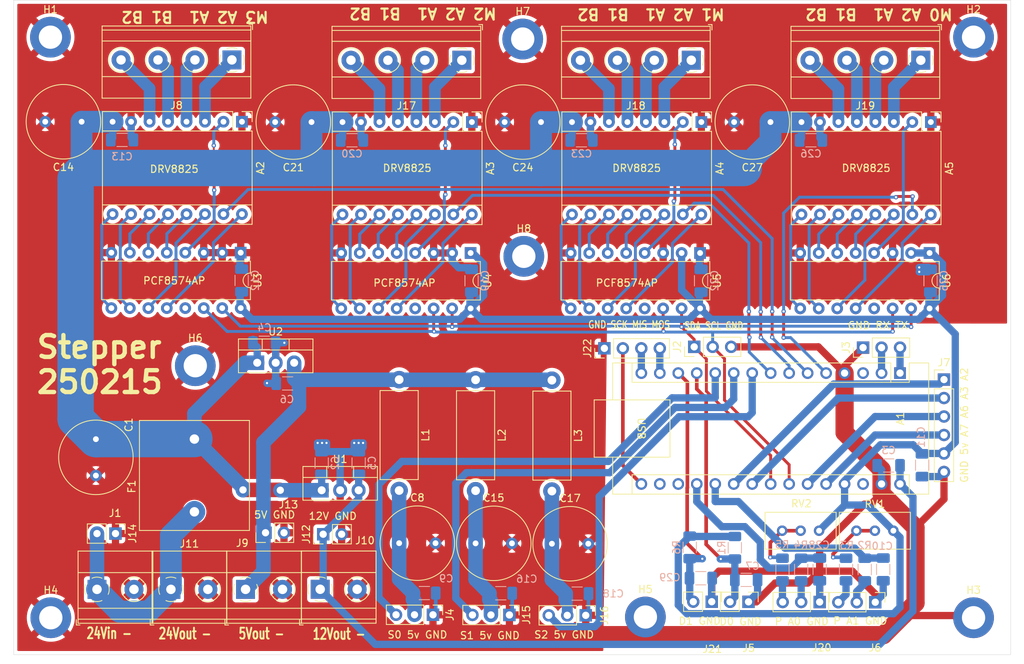
<source format=kicad_pcb>
(kicad_pcb (version 20240108) (generator "pcbnew") (generator_version "8.0")
  (layers (0 "F.Cu" signal) (31 "B.Cu" signal) (34 "B.Paste" user) (35 "F.Paste" user) (36 "B.SilkS" user "B.Silkscreen") (37 "F.SilkS" user "F.Silkscreen") (38 "B.Mask" user) (39 "F.Mask" user) (44 "Edge.Cuts" user))
  (net 0 "")
  (net 1 "+12V")
  (net 2 "SERVO1")
  (net 3 "+5VD")
  (net 4 "GND")
  (net 6 "STEP1")
  (net 8 "Analog6")
  (net 9 "SERVO2")
  (net 10 "Analog1")
  (net 11 "STEP2")
  (net 12 "Net-(A1-MISO)")
  (net 14 "Analog3")
  (net 15 "Digital0")
  (net 16 "Net-(A1-SCK)")
  (net 17 "Digital1")
  (net 18 "Analog7")
  (net 19 "SCL")
  (net 20 "Net-(A1-MOSI)")
  (net 21 "SDA")
  (net 22 "Net-(A1-TX1)")
  (net 23 "Analog2")
  (net 24 "STEP3")
  (net 25 "Analog0")
  (net 26 "Net-(A1-RX1)")
  (net 27 "Net-(A2-B1)")
  (net 28 "Net-(A2-B2)")
  (net 29 "Net-(A2-A1)")
  (net 30 "Net-(A2-A2)")
  (net 31 "+24V")
  (net 32 "+5V")
  (net 33 "Net-(J4-Pin_2)")
  (net 34 "Net-(J6-Pin_2)")
  (net 36 "Net-(A2-M0)")
  (net 37 "Net-(A2-~{FLT})")
  (net 38 "Net-(A2-~{EN})")
  (net 39 "Net-(A2-DIR)")
  (net 40 "Net-(A2-M1)")
  (net 41 "Net-(A2-~{SLP})")
  (net 42 "Net-(A2-~{RST})")
  (net 43 "Net-(A2-M2)")
  (net 44 "Net-(J15-Pin_2)")
  (net 45 "Net-(J16-Pin_2)")
  (net 46 "Net-(A3-~{EN})")
  (net 47 "Net-(A3-~{SLP})")
  (net 48 "Net-(A3-~{FLT})")
  (net 49 "Net-(A3-A2)")
  (net 50 "Net-(A3-M2)")
  (net 51 "Net-(A3-A1)")
  (net 52 "Net-(A3-DIR)")
  (net 53 "Net-(A3-~{RST})")
  (net 54 "Net-(A3-B2)")
  (net 55 "Net-(A3-M1)")
  (net 56 "Net-(A3-B1)")
  (net 57 "Net-(A3-M0)")
  (net 58 "Net-(A4-DIR)")
  (net 59 "Net-(A4-A2)")
  (net 60 "Net-(A4-M0)")
  (net 61 "Net-(A4-M2)")
  (net 62 "Net-(A4-~{EN})")
  (net 63 "Net-(A4-~{SLP})")
  (net 64 "Net-(A4-~{FLT})")
  (net 65 "Net-(A4-M1)")
  (net 66 "Net-(A4-B2)")
  (net 67 "Net-(A4-A1)")
  (net 68 "Net-(A4-~{RST})")
  (net 69 "Net-(A4-B1)")
  (net 70 "Net-(A5-M2)")
  (net 71 "Net-(A5-B2)")
  (net 72 "Net-(A5-~{SLP})")
  (net 73 "Net-(A5-DIR)")
  (net 74 "Net-(A5-M1)")
  (net 75 "Net-(A5-~{FLT})")
  (net 76 "Net-(A5-~{EN})")
  (net 77 "Net-(A5-~{RST})")
  (net 78 "Net-(A5-A1)")
  (net 79 "Net-(A5-M0)")
  (net 80 "Net-(A5-A2)")
  (net 81 "Net-(A5-B1)")
  (net 85 "Net-(J1-Pin_1)")
  (net 86 "Net-(J6-Pin_3)")
  (net 87 "Net-(R3-Pad1)")
  (net 88 "Net-(J20-Pin_2)")
  (net 89 "Net-(J20-Pin_3)")
  (net 90 "Net-(R5-Pad1)")
  (net 91 "STEP0")
  (net 93 "SERVO0")
  (footprint "Package_DIP:DIP-16_W7.62mm" (layer "F.Cu") (at 170.4484 62.652 -90)
    (property "Reference" "U5")
    (property "Value" "PCF8574AP")
  )
  (footprint "Connector_PinHeader_2.54mm:PinHeader_1x02_P2.54mm_Vertical" (layer "F.Cu") (at 110.7076 101.1076 90)
    (property "Reference" "J13")
    (property "Value" "5V GND")
  )
  (footprint "TerminalBlock_Phoenix:TerminalBlock_Phoenix_MKDS-1,5-4-5.08_1x04_P5.08mm_Horizontal" (layer "F.Cu") (at 200.7852 36.152 180)
    (property "Reference" "J19")
    (property "Value" "M0 A2 A1  B1 B2")
  )
  (footprint "Capacitor_THT:C_Radial_D10.0mm_H12.5mm_P5.00mm" (layer "F.Cu") (at 117.0316 44.652 180)
    (property "Reference" "C21")
    (property "Value" "470uF/35v")
  )
  (footprint "MountingHole:MountingHole_3.2mm_M3_DIN965_Pad_TopBottom" (layer "F.Cu") (at 146.2168 63.1092)
    (property "Reference" "H8")
    (property "Value" "MountingHole_Pad")
  )
  (footprint "Module:Pololu_Breakout-16_15.2x20.3mm" (layer "F.Cu") (at 107.4672 44.6072 -90)
    (property "Reference" "A2")
    (property "Value" "DRV8825")
  )
  (footprint "Connector_PinHeader_2.54mm:PinHeader_1x06_P2.54mm_Vertical" (layer "F.Cu") (at 203.9764 80.0502)
    (property "Reference" "J7")
    (property "Value" "GND 5v A7 A6 A3 A2")
  )
  (footprint "TerminalBlock_Phoenix:TerminalBlock_Phoenix_MKDS-1,5-2-5.08_1x02_P5.08mm_Horizontal" (layer "F.Cu") (at 87.5428 108.8908)
    (property "Reference" "J1")
    (property "Value" "24Vin -")
  )
  (footprint "MountingHole:MountingHole_3.2mm_M3_DIN965_Pad_TopBottom" (layer "F.Cu") (at 146.0644 33.2388)
    (property "Reference" "H7")
    (property "Value" "MountingHole_Pad")
  )
  (footprint "Inductor_THT:L_Axial_L12.0mm_D5.0mm_P15.24mm_Horizontal_Fastron_MISC" (layer "F.Cu") (at 139.5856 80.0854 -90)
    (property "Reference" "L2")
    (property "Value" "L")
  )
  (footprint "Package_DIP:DIP-16_W7.62mm" (layer "F.Cu") (at 138.9016 62.652 -90)
    (property "Reference" "U4")
    (property "Value" "PCF8574AP")
  )
  (footprint "MountingHole:MountingHole_3.2mm_M3_DIN965_Pad_TopBottom" (layer "F.Cu") (at 162.93 112.69)
    (property "Reference" "H5")
    (property "Value" "MountingHole_Pad")
  )
  (footprint "Inductor_THT:L_Axial_L12.0mm_D5.0mm_P15.24mm_Horizontal_Fastron_MISC" (layer "F.Cu") (at 150.0776 80.138 -90)
    (property "Reference" "L3")
    (property "Value" "L")
  )
  (footprint "Package_TO_SOT_THT:TO-220-3_Vertical" (layer "F.Cu") (at 109.5654 77.7396)
    (property "Reference" "U2")
    (property "Value" "LM7805_TO220")
  )
  (footprint "TerminalBlock_Phoenix:TerminalBlock_Phoenix_MKDS-1,5-4-5.08_1x04_P5.08mm_Horizontal" (layer "F.Cu") (at 169.2384 36.152 180)
    (property "Reference" "J18")
    (property "Value" "M1 A2 A1  B1 B2")
  )
  (footprint "Module:Pololu_Breakout-16_15.2x20.3mm" (layer "F.Cu") (at 202.1652 44.652 -90)
    (property "Reference" "A5")
    (property "Value" "DRV8825")
  )
  (footprint "MountingHole:MountingHole_3.2mm_M3_DIN965_Pad_TopBottom" (layer "F.Cu") (at 81.142 32.9848)
    (property "Reference" "H1")
    (property "Value" "MountingHole_Pad")
  )
  (footprint "Capacitor_THT:C_Radial_D10.0mm_H12.5mm_P5.00mm" (layer "F.Cu") (at 150.0776 102.617)
    (property "Reference" "C17")
    (property "Value" "470uF/35v")
  )
  (footprint "Capacitor_THT:C_Radial_D10.0mm_H12.5mm_P5.00mm" (layer "F.Cu") (at 148.5784 44.652 180)
    (property "Reference" "C24")
    (property "Value" "470uF/35v")
  )
  (footprint "Capacitor_THT:C_Radial_D10.0mm_H12.5mm_P5.00mm" (layer "F.Cu") (at 87.3904 88.2444 -90)
    (property "Reference" "C1")
    (property "Value" "470uF/35v")
  )
  (footprint "Package_TO_SOT_THT:TO-220-3_Vertical" (layer "F.Cu") (at 118.4292 95.2656)
    (property "Reference" "U1")
    (property "Value" "LM7812_TO220")
  )
  (footprint "Connector_PinHeader_2.54mm:PinHeader_1x03_P2.54mm_Vertical" (layer "F.Cu") (at 154.7276 112.462 -90)
    (property "Reference" "J16")
    (property "Value" "S2 5v GND")
  )
  (footprint "Module:Pololu_Breakout-16_15.2x20.3mm" (layer "F.Cu") (at 139.0716 44.652 -90)
    (property "Reference" "A3")
    (property "Value" "DRV8825")
  )
  (footprint "TerminalBlock_Phoenix:TerminalBlock_Phoenix_MKDS-1,5-4-5.08_1x04_P5.08mm_Horizontal" (layer "F.Cu") (at 106.0872 36.1072 180)
    (property "Reference" "J8")
    (property "Value" "M3 A2 A1  B1 B2")
  )
  (footprint "MountingHole:MountingHole_3.2mm_M3_DIN965_Pad_TopBottom" (layer "F.Cu") (at 81.1928 112.7916)
    (property "Reference" "H4")
    (property "Value" "MountingHole_Pad")
  )
  (footprint "Package_DIP:DIP-16_W7.62mm" (layer "F.Cu") (at 107.2972 62.6072 -90)
    (property "Reference" "U3")
    (property "Value" "PCF8574AP")
  )
  (footprint "TerminalBlock_Phoenix:TerminalBlock_Phoenix_MKDS-1,5-2-5.08_1x02_P5.08mm_Horizontal" (layer "F.Cu") (at 107.9644 108.8908)
    (property "Reference" "J9")
    (property "Value" "5Vout -")
  )
  (footprint "Connector_PinHeader_2.54mm:PinHeader_1x02_P2.54mm_Vertical" (layer "F.Cu") (at 90.0828 101.22 -90)
    (property "Reference" "J14")
    (property "Value" "24V out")
  )
  (footprint "Capacitor_THT:C_Radial_D10.0mm_H12.5mm_P5.00mm" (layer "F.Cu") (at 129.0784 102.5408)
    (property "Reference" "C8")
    (property "Value" "470uF/35v")
  )
  (footprint "Connector_PinHeader_2.54mm:PinHeader_1x02_P2.54mm_Vertical" (layer "F.Cu") (at 172.0492 110.5894 -90)
    (property "Reference" "J21")
    (property "Value" "D1 GND")
  )
  (footprint "Capacitor_THT:C_Radial_D10.0mm_H12.5mm_P5.00mm" (layer "F.Cu") (at 180.1252 44.652 180)
    (property "Reference" "C27")
    (property "Value" "470uF/35v")
  )
  (footprint "Capacitor_THT:C_Radial_D10.0mm_H12.5mm_P5.00mm" (layer "F.Cu") (at 139.5856 102.5644)
    (property "Reference" "C15")
    (property "Value" "470uF/35v")
  )
  (footprint "Connector_PinHeader_2.54mm:PinHeader_1x04_P2.54mm_Vertical" (layer "F.Cu") (at 157.2912 75.7584 90)
    (property "Reference" "J22")
    (property "Value" "GND SCK MIS MOS")
  )
  (footprint "Package_DIP:DIP-16_W7.62mm" (layer "F.Cu") (at 201.9952 62.652 -90)
    (property "Reference" "U6")
    (property "Value" "PCF8574AP" (hide yes))
  )
  (footprint "Connector_PinHeader_2.54mm:PinHeader_1x03_P2.54mm_Vertical" (layer "F.Cu") (at 192.8512 75.6568 90)
    (property "Reference" "J3")
    (property "Value" "GND RX TX")
  )
  (footprint "Connector_PinHeader_2.54mm:PinHeader_1x03_P2.54mm_Vertical" (layer "F.Cu") (at 133.7284 112.3858 -90)
    (property "Reference" "J4")
    (property "Value" "S0 5v GND")
  )
  (footprint "Module:Pololu_Breakout-16_15.2x20.3mm" (layer "F.Cu") (at 170.6184 44.652 -90)
    (property "Reference" "A4")
    (property "Value" "DRV8825")
  )
  (footprint "Connector_PinHeader_2.54mm:PinHeader_1x03_P2.54mm_Vertical" (layer "F.Cu") (at 186.8824 110.6334 -90)
    (property "Reference" "J20")
    (property "Value" "P A0 GND")
  )
  (footprint "TerminalBlock_Phoenix:TerminalBlock_Phoenix_MKDS-1,5-4-5.08_1x04_P5.08mm_Horizontal" (layer "F.Cu") (at 137.6916 36.152 180)
    (property "Reference" "J17")
    (property "Value" "M2 A2 A1  B1 B2")
  )
  (footprint "TerminalBlock_Phoenix:TerminalBlock_Phoenix_MKDS-1,5-2-5.08_1x02_P5.08mm_Horizontal" (layer "F.Cu") (at 118.226 108.88)
    (property "Reference" "J10")
    (property "Value" "12Vout -")
  )
  (footprint "Connector_PinHeader_2.54mm:PinHeader_1x03_P2.54mm_Vertical" (layer "F.Cu") (at 144.2356 112.4094 -90)
    (property "Reference" "J15")
    (property "Value" "S1 5v GND")
  )
  (footprint "MountingHole:MountingHole_3.2mm_M3_DIN965_Pad_TopBottom" (layer "F.Cu") (at 208.0404 112.7916)
    (property "Reference" "H3")
    (property "Value" "MountingHole_Pad")
  )
  (footprint "Potentiometer_THT:Potentiometer_Bourns_3296W_Vertical" (layer "F.Cu") (at 197.0166 100.8282)
    (property "Reference" "RV1")
    (property "Value" "1k")
  )
  (footprint "Connector_PinHeader_2.54mm:PinHeader_1x02_P2.54mm_Vertical" (layer "F.Cu") (at 118.6324 101.3108 90)
    (property "Reference" "J12")
    (property "Value" "12V GND")
  )
  (footprint "MountingHole:MountingHole_3.2mm_M3_DIN965_Pad_TopBottom" (layer "F.Cu") (at 101.0556 78.146)
    (property "Reference" "H6")
    (property "Value" "MountingHole_Pad")
  )
  (footprint "Module:Arduino_Nano" (layer "F.Cu") (at 197.9312 79.162 -90)
    (property "Reference" "A1")
    (property "Value" "Arduino_Nano_Every")
  )
  (footprint "Potentiometer_THT:Potentiometer_Bourns_3296W_Vertical" (layer "F.Cu") (at 186.8058 100.8282)
    (property "Reference" "RV2")
    (property "Value" "1k")
  )
  (footprint "TerminalBlock_Phoenix:TerminalBlock_Phoenix_MKDS-1,5-2-5.08_1x02_P5.08mm_Horizontal" (layer "F.Cu") (at 97.7028 108.8908)
    (property "Reference" "J11")
    (property "Value" "24Vout -")
  )
  (footprint "Connector_PinHeader_2.54mm:PinHeader_1x02_P2.54mm_Vertical" (layer "F.Cu") (at 177.1032 110.6072 -90)
    (property "Reference" "J5")
    (property "Value" "D0 GND")
  )
  (footprint "Capacitor_THT:C_Radial_D10.0mm_H12.5mm_P5.00mm" (layer "F.Cu") (at 85.4272 44.6072 180)
    (property "Reference" "C14")
    (property "Value" "470uF/35v")
  )
  (footprint "Connector_PinHeader_2.54mm:PinHeader_1x03_P2.54mm_Vertical" (layer "F.Cu") (at 194.5276 110.658 -90)
    (property "Reference" "J6")
    (property "Value" "P A1 GND")
  )
  (footprint "MountingHole:MountingHole_3.2mm_M3_DIN965_Pad_TopBottom" (layer "F.Cu") (at 208.0404 32.9848)
    (property "Reference" "H2")
    (property "Value" "MountingHole_Pad")
  )
  (footprint "Connector_PinHeader_2.54mm:PinHeader_1x03_P2.54mm_Vertical" (layer "F.Cu") (at 169.6356 75.5552 90)
    (property "Reference" "J2")
    (property "Value" "SDA SCL GND")
  )
  (footprint "Inductor_THT:L_Axial_L12.0mm_D5.0mm_P15.24mm_Horizontal_Fastron_MISC" (layer "F.Cu") (at 129.0784 80.0618 -90)
    (property "Reference" "L1")
    (property "Value" "L")
  )
  (footprint "Fuse:Fuseholder_Cylinder-5x20mm_EATON_HBW_Vertical_Closed" (layer "F.Cu") (at 100.9322 98.2302 90)
    (property "Reference" "F1")
    (property "Value" "Fuse")
  )
  (footprint "Capacitor_SMD:C_1206_3216Metric_Pad1.33x1.80mm_HandSolder" (layer "B.Cu") (at 143.0531 109.4224)
    (property "Reference" "C16")
    (property "Value" "100n")
  )
  (footprint "Capacitor_SMD:C_1206_3216Metric_Pad1.33x1.80mm_HandSolder" (layer "B.Cu") (at 122.5941 47.152)
    (property "Reference" "C20")
    (property "Value" "100n")
  )
  (footprint "Resistor_SMD:R_1206_3216Metric_Pad1.30x1.75mm_HandSolder" (layer "B.Cu") (at 193.08 106.1624 -90)
    (property "Reference" "R2")
    (property "Value" "100" (hide yes))
  )
  (footprint "Capacitor_SMD:C_1206_3216Metric_Pad1.33x1.80mm_HandSolder" (layer "B.Cu") (at 186.8824 106.1499 -90)
    (property "Reference" "C28")
    (property "Value" "100n")
  )
  (footprint "Capacitor_SMD:C_1206_3216Metric_Pad1.33x1.80mm_HandSolder" (layer "B.Cu") (at 107.4272 66.4197 90)
    (property "Reference" "C12")
    (property "Value" "100n")
  )
  (footprint "Capacitor_SMD:C_1206_3216Metric_Pad1.33x1.80mm_HandSolder" (layer "B.Cu") (at 196.3687 91.862 180)
    (property "Reference" "C3")
    (property "Value" "100n")
  )
  (footprint "Capacitor_SMD:C_1206_3216Metric_Pad1.33x1.80mm_HandSolder" (layer "B.Cu") (at 153.5451 109.475)
    (property "Reference" "C18")
    (property "Value" "100n")
  )
  (footprint "Capacitor_SMD:C_1206_3216Metric_Pad1.33x1.80mm_HandSolder" (layer "B.Cu") (at 202.1252 66.4645 90)
    (property "Reference" "C25")
    (property "Value" "100n")
  )
  (footprint "Capacitor_SMD:C_1206_3216Metric_Pad1.33x1.80mm_HandSolder" (layer "B.Cu") (at 170.5784 66.4645 90)
    (property "Reference" "C22")
    (property "Value" "100n")
  )
  (footprint "Capacitor_SMD:C_1206_3216Metric_Pad1.33x1.80mm_HandSolder" (layer "B.Cu") (at 132.5459 109.3988)
    (property "Reference" "C9")
    (property "Value" "100n")
  )
  (footprint "Resistor_SMD:R_1206_3216Metric_Pad1.30x1.75mm_HandSolder" (layer "B.Cu") (at 181.7704 106.1624 -90)
    (property "Reference" "R5")
    (property "Value" "9k53")
  )
  (footprint "Resistor_SMD:R_1206_3216Metric_Pad1.30x1.75mm_HandSolder" (layer "B.Cu") (at 175.223 103.1664 -90)
    (property "Reference" "R1")
    (property "Value" "10k")
  )
  (footprint "Capacitor_SMD:C_1206_3216Metric_Pad1.33x1.80mm_HandSolder" (layer "B.Cu") (at 154.1409 47.152)
    (property "Reference" "C23")
    (property "Value" "100n")
  )
  (footprint "Capacitor_SMD:C_1206_3216Metric_Pad1.33x1.80mm_HandSolder" (layer "B.Cu") (at 195.62 106.1499 -90)
    (property "Reference" "C10")
    (property "Value" "100n")
  )
  (footprint "Capacitor_SMD:C_1206_3216Metric_Pad1.33x1.80mm_HandSolder" (layer "B.Cu") (at 185.6877 47.152)
    (property "Reference" "C26")
    (property "Value" "100n")
  )
  (footprint "Capacitor_SMD:C_1206_3216Metric_Pad1.33x1.80mm_HandSolder" (layer "B.Cu") (at 123.5092 91.5187 90)
    (property "Reference" "C5")
    (property "Value" "100n")
  )
  (footprint "Capacitor_SMD:C_1206_3216Metric_Pad1.33x1.80mm_HandSolder" (layer "B.Cu") (at 90.9897 47.1072)
    (property "Reference" "C13")
    (property "Value" "100n")
  )
  (footprint "Resistor_SMD:R_1206_3216Metric_Pad1.30x1.75mm_HandSolder" (layer "B.Cu") (at 190.508 106.1624 -90)
    (property "Reference" "R3")
    (property "Value" "9k53")
  )
  (footprint "Capacitor_SMD:C_1206_3216Metric_Pad1.33x1.80mm_HandSolder" (layer "B.Cu") (at 176.7855 107.5854)
    (property "Reference" "C7")
    (property "Value" "100n")
  )
  (footprint "Capacitor_SMD:C_1206_3216Metric_Pad1.33x1.80mm_HandSolder" (layer "B.Cu") (at 113.7433 80.5844 180)
    (property "Reference" "C6")
    (property "Value" "100n")
  )
  (footprint "Capacitor_SMD:C_1206_3216Metric_Pad1.33x1.80mm_HandSolder" (layer "B.Cu") (at 200.9792 91.8235 -90)
    (property "Reference" "C11")
    (property "Value" "100n")
  )
  (footprint "Capacitor_SMD:C_1206_3216Metric_Pad1.33x1.80mm_HandSolder" (layer "B.Cu") (at 139.0316 66.4645 90)
    (property "Reference" "C19")
    (property "Value" "100n")
  )
  (footprint "Capacitor_SMD:C_1206_3216Metric_Pad1.33x1.80mm_HandSolder" (layer "B.Cu") (at 170.55 107.356)
    (property "Reference" "C29")
    (property "Value" "100n")
  )
  (footprint "Capacitor_SMD:C_1206_3216Metric_Pad1.33x1.80mm_HandSolder" (layer "B.Cu") (at 110.5429 74.9964)
    (property "Reference" "C4")
    (property "Value" "100n")
  )
  (footprint "Capacitor_SMD:C_1206_3216Metric_Pad1.33x1.80mm_HandSolder" (layer "B.Cu") (at 118.4292 91.5187 90)
    (property "Reference" "C2")
    (property "Value" "100n")
  )
  (footprint "Resistor_SMD:R_1206_3216Metric_Pad1.30x1.75mm_HandSolder" (layer "B.Cu") (at 169.0254 103.1156 -90)
    (property "Reference" "R6")
    (property "Value" "10k")
  )
  (footprint "Resistor_SMD:R_1206_3216Metric_Pad1.30x1.75mm_HandSolder" (layer "B.Cu") (at 184.3424 106.1624 -90)
    (property "Reference" "R4")
    (property "Value" "100" (hide yes))
  )
  (gr_rect (start 76.0884 27.8971) (end 213.1468 117.8639) (stroke (width 0.05)) (fill none) (layer "Edge.Cuts"))
  (gr_text "Stepper\n250215" (at 78.9576 82.1592 0) (layer "F.SilkS") (effects (font (size 3 3) (thickness 0.6) (bold yes)) (justify left bottom)))
  (segment (start 118.226 108.88) (end 125.7952 116.4492) (width 1) (layer "B.Cu") (net 1))
  (segment (start 123.5092 96.434) (end 118.6324 101.3108) (width 1) (layer "B.Cu") (net 1))
  (segment (start 118.6324 108.4736) (end 118.226 108.88) (width 1) (layer "B.Cu") (net 1))
  (segment (start 197.9312 91.862) (end 197.9312 94.402) (width 1) (layer "B.Cu") (net 1))
  (segment (start 199.7092 96.18) (end 197.9312 94.402) (width 1) (layer "B.Cu") (net 1))
  (segment (start 195.1372 116.4492) (end 199.7092 111.8772) (width 1) (layer "B.Cu") (net 1))
  (segment (start 125.7952 116.4492) (end 195.1372 116.4492) (width 1) (layer "B.Cu") (net 1))
  (segment (start 199.7092 111.8772) (end 199.7092 96.18) (width 1) (layer "B.Cu") (net 1))
  (segment (start 123.5092 95.2656) (end 123.5092 93.0812) (width 1) (layer "B.Cu") (net 1))
  (segment (start 118.6324 101.3108) (end 118.6324 108.4736) (width 1) (layer "B.Cu") (net 1))
  (segment (start 123.5092 95.2656) (end 123.5092 96.434) (width 1) (layer "B.Cu") (net 1))
  (segment (start 158.031989 92.848411) (end 166.994 83.8864) (width 1) (layer "B.Cu") (net 2))
  (segment (start 166.994 83.8864) (end 173.9152 83.8864) (width 1) (layer "B.Cu") (net 2))
  (segment (start 173.9152 83.8864) (end 175.0712 82.7304) (width 1) (layer "B.Cu") (net 2))
  (segment (start 139.1556 112.4094) (end 136.8696 110.1234) (width 1) (layer "B.Cu") (net 2))
  (segment (start 138.321589 92.848411) (end 158.031989 92.848411) (width 1) (layer "B.Cu") (net 2))
  (segment (start 136.8696 94.3004) (end 138.321589 92.848411) (width 1) (layer "B.Cu") (net 2))
  (segment (start 175.0712 82.7304) (end 175.0712 79.162) (width 1) (layer "B.Cu") (net 2))
  (segment (start 136.8696 110.1234) (end 136.8696 94.3004) (width 1) (layer "B.Cu") (net 2))
  (segment (start 107.2072 70.2272) (end 107.2072 68.2022) (width 1) (layer "B.Cu") (net 3))
  (segment (start 201.9052 70.272) (end 201.9052 68.247) (width 1) (layer "B.Cu") (net 3))
  (segment (start 167.9084 67.732) (end 170.4484 70.272) (width 1) (layer "B.Cu") (net 3))
  (segment (start 193.486 97.2976) (end 197.0166 100.8282) (width 1) (layer "B.Cu") (net 3))
  (segment (start 167.4504 111.0467) (end 168.6365 112.2328) (width 1) (layer "B.Cu") (net 3))
  (segment (start 168.9484 71.772) (end 170.4484 70.272) (width 1) (layer "B.Cu") (net 3))
  (segment (start 170.3584 68.247) (end 170.5784 68.027) (width 1) (layer "B.Cu") (net 3))
  (segment (start 170.3584 70.272) (end 170.3584 68.247) (width 1) (layer "B.Cu") (net 3))
  (segment (start 169.0762 101.6164) (end 169.0254 101.5656) (width 1) (layer "B.Cu") (net 3))
  (segment (start 203.7732 64.13707) (end 203.7732 68.494) (width 1) (layer "B.Cu") (net 3))
  (segment (start 201.9052 68.247) (end 202.1252 68.027) (width 1) (layer "B.Cu") (net 3))
  (segment (start 197.9312 111.3436) (end 197.9312 101.7428) (width 1) (layer "B.Cu") (net 3))
  (segment (start 167.9084 62.652) (end 167.9084 67.732) (width 1) (layer "B.Cu") (net 3))
  (segment (start 197.042 112.2328) (end 197.9312 111.3436) (width 1) (layer "B.Cu") (net 3))
  (segment (start 202.28813 62.652) (end 203.7732 64.13707) (width 1) (layer "B.Cu") (net 3))
  (segment (start 199.7354 89.0172) (end 200.9792 90.261) (width 1) (layer "B.Cu") (net 3))
  (segment (start 170.4484 70.272) (end 171.9484 71.772) (width 1) (layer "B.Cu") (net 3))
  (segment (start 138.8116 70.272) (end 138.8116 68.247) (width 1) (layer "B.Cu") (net 3))
  (segment (start 175.223 101.6164) (end 169.0762 101.6164) (width 1) (layer "B.Cu") (net 3))
  (segment (start 190.3112 97.2976) (end 193.486 97.2976) (width 1) (layer "B.Cu") (net 3))
  (segment (start 108.842 71.772) (end 137.4016 71.772) (width 1) (layer "B.Cu") (net 3))
  (segment (start 205.5264 73.8032) (end 205.5264 88.6602) (width 1) (layer "B.Cu") (net 3))
  (segment (start 168.6365 112.2328) (end 197.042 112.2328) (width 1) (layer "B.Cu") (net 3))
  (segment (start 167.4504 103.1406) (end 167.4504 111.0467) (width 1) (layer "B.Cu") (net 3))
  (segment (start 137.4016 71.772) (end 138.9016 70.272) (width 1) (layer "B.Cu") (net 3))
  (segment (start 190.3112 94.402) (end 190.3112 93.94407) (width 1) (layer "B.Cu") (net 3))
  (segment (start 197.9312 101.7428) (end 197.0166 100.8282) (width 1) (layer "B.Cu") (net 3))
  (segment (start 107.2972 70.2272) (end 108.842 71.772) (width 1) (layer "B.Cu") (net 3))
  (segment (start 199.4552 62.652) (end 201.9952 62.652) (width 1) (layer "B.Cu") (net 3))
  (segment (start 205.5264 88.6602) (end 203.9764 90.2102) (width 1) (layer "B.Cu") (net 3))
  (segment (start 195.23807 89.0172) (end 199.7354 89.0172) (width 1) (layer "B.Cu") (net 3))
  (segment (start 190.2602 97.3738) (end 186.8058 100.8282) (width 1) (layer "B.Cu") (net 3))
  (segment (start 171.9484 71.772) (end 200.4952 71.772) (width 1) (layer "B.Cu") (net 3))
  (segment (start 140.4016 71.772) (end 168.9484 71.772) (width 1) (layer "B.Cu") (net 3))
  (segment (start 190.3112 93.94407) (end 195.23807 89.0172) (width 1) (layer "B.Cu") (net 3))
  (segment (start 203.9764 90.2102) (end 201.03 90.2102) (width 1) (layer "B.Cu") (net 3))
  (segment (start 200.4952 71.772) (end 201.9952 70.272) (width 1) (layer "B.Cu") (net 3))
  (segment (start 190.3112 94.402) (end 190.3112 97.2976) (width 1) (layer "B.Cu") (net 3))
  (segment (start 138.9016 70.272) (end 140.4016 71.772) (width 1) (layer "B.Cu") (net 3))
  (segment (start 139.19453 62.652) (end 140.6796 64.13707) (width 1) (layer "B.Cu") (net 3))
  (segment (start 138.9016 62.652) (end 139.19453 62.652) (width 1) (layer "B.Cu") (net 3))
  (segment (start 201.03 90.2102) (end 200.9792 90.261) (width 1) (layer "B.Cu") (net 3))
  (segment (start 203.7732 68.494) (end 201.9952 70.272) (width 1) (layer "B.Cu") (net 3))
  (segment (start 138.8116 68.247) (end 139.0316 68.027) (width 1) (layer "B.Cu") (net 3))
  (segment (start 201.9952 62.652) (end 202.28813 62.652) (width 1) (layer "B.Cu") (net 3))
  (segment (start 140.6796 64.13707) (end 140.6796 68.494) (width 1) (layer "B.Cu") (net 3))
  (segment (start 107.2072 68.2022) (end 107.4272 67.9822) (width 1) (layer "B.Cu") (net 3))
  (segment (start 169.0254 101.5656) (end 167.4504 103.1406) (width 1) (layer "B.Cu") (net 3))
  (segment (start 201.9952 70.272) (end 205.5264 73.8032) (width 1) (layer "B.Cu") (net 3))
  (segment (start 140.6796 68.494) (end 138.9016 70.272) (width 1) (layer "B.Cu") (net 3))
  (segment (start 172.1248 115.1792) (end 178.3224 115.1792) (width 2.5) (layer "F.Cu") (net 4))
  (segment (start 195.6452 115.1792) (end 198.4366 112.3878) (width 2.5) (layer "F.Cu") (net 4))
  (segment (start 187.06 115.1792) (end 195.6452 115.1792) (width 2.5) (layer "F.Cu") (net 4))
  (segment (start 180.769 108.0164) (end 185.2568 108.0164) (width 1) (layer "F.Cu") (net 4))
  (segment (start 195.3912 92.4208) (end 195.3912 94.402) (width 2.5) (layer "F.Cu") (net 4))
  (segment (start 172.0492 107.3808) (end 173.0392 106.3908) (width 1) (layer "F.Cu") (net 4))
  (segment (start 194.5276 110.658) (end 194.5276 109.541) (width 1) (layer "F.Cu") (net 4))
  (segment (start 174.7156 75.5552) (end 186.7044 75.5552) (width 1) (layer "F.Cu") (net 4))
  (segment (start 172.0492 110.5894) (end 172.0492 107.3808) (width 1) (layer "F.Cu") (net 4))
  (segment (start 194.5276 109.541) (end 191.3774 106.3908) (width 1) (layer "F.Cu") (net 4))
  (segment (start 190.3112 78.1968) (end 192.8512 75.6568) (width 1) (layer "F.Cu") (net 4))
  (segment (start 123.306 108.88) (end 123.306 109.235432) (width 1) (layer "F.Cu") (net 4))
  (segment (start 198.4366 112.3878) (end 198.5356 112.4868) (width 1) (layer "F.Cu") (net 4))
  (segment (start 203.9764 92.7502) (end 203.9764 96.4848) (width 1) (layer "F.Cu") (net 4))
  (segment (start 193.0036 97.196) (end 193.918 97.196) (width 1) (layer "F.Cu") (net 4))
  (segment (start 178.1782 110.6072) (end 180.769 108.0164) (width 1) (layer "F.Cu") (net 4))
  (segment (start 186.7044 75.5552) (end 190.3112 79.162) (width 1) (layer "F.Cu") (net 4))
  (segment (start 190.3112 87.3408) (end 195.3912 92.4208) (width 2.5) (layer "F.Cu") (net 4))
  (segment (start 173.0392 106.3908) (end 186.8824 106.3908) (width 1) (layer "F.Cu") (net 4))
  (segment (start 177.1032 110.6072) (end 178.1782 110.6072) (width 1) (layer "F.Cu") (net 4))
  (segment (start 123.306 109.235432) (end 129.249768 115.1792) (width 1) (layer "F.Cu") (net 4))
  (segment (start 190.3112 79.162) (end 190.3112 78.1968) (width 1) (layer "F.Cu") (net 4))
  (segment (start 198.4366 112.3878) (end 200.0648 110.7596) (width 2.5) (layer "F.Cu") (net 4))
  (segment (start 178.3224 115.1792) (end 187.06 115.1792) (width 2.5) (layer "F.Cu") (net 4))
  (segment (start 198.5356 112.4868) (end 207.888 112.4868) (width 1) (layer "F.Cu") (net 4))
  (segment (start 200.0648 100.3964) (end 195.3912 95.7228) (width 2.5) (layer "F.Cu") (net 4))
  (segment (start 191.3774 106.3908) (end 186.8824 106.3908) (width 1) (layer "F.Cu") (net 4))
  (segment (start 129.249768 115.1792) (end 172.1248 115.1792) (width 2.5) (layer "F.Cu") (net 4))
  (segment (start 185.2568 108.0164) (end 186.8824 106.3908) (width 1) (layer "F.Cu") (net 4))
  (segment (start 195.3912 95.7228) (end 195.3912 94.402) (width 2.5) (layer "F.Cu") (net 4))
  (segment (start 190.3112 79.162) (end 190.3112 87.3408) (width 2.5) (layer "F.Cu") (net 4))
  (segment (start 186.8824 110.6334) (end 186.8824 106.3908) (width 1) (layer "F.Cu") (net 4))
  (segment (start 193.918 97.196) (end 195.3912 95.7228) (width 1) (layer "F.Cu") (net 4))
  (segment (start 186.8824 103.3172) (end 193.0036 97.196) (width 1) (layer "F.Cu") (net 4))
  (segment (start 200.0648 110.7596) (end 200.0648 100.3964) (width 2.5) (layer "F.Cu") (net 4))
  (segment (start 186.8824 106.3908) (end 186.8824 103.3172) (width 1) (layer "F.Cu") (net 4))
  (segment (start 203.9764 96.4848) (end 200.0648 100.3964) (width 1) (layer "F.Cu") (net 4))
  (via (at 200.5728 64.6332) (size 0.6) (drill 0.3) (layers "F.Cu" "B.Cu") (net 4))
  (via (at 200.5728 65.2428) (size 0.6) (drill 0.3) (layers "F.Cu" "B.Cu") (net 4))
  (via (at 124.1188 88.7632) (size 0.6) (drill 0.3) (layers "F.Cu" "B.Cu") (net 4))
  (via (at 118.48 88.7632) (size 0.6) (drill 0.3) (layers "F.Cu" "B.Cu") (net 4))
  (via (at 123.5092 88.7632) (size 0.6) (drill 0.3) (layers "F.Cu" "B.Cu") (net 4))
  (via (at 113.2984 74.9964) (size 0.6) (drill 0.3) (layers "F.Cu" "B.Cu") (net 4))
  (via (at 119.0896 88.7632) (size 0.6) (drill 0.3) (layers "F.Cu" "B.Cu") (net 4))
  (via (at 117.8704 88.7632) (size 0.6) (drill 0.3) (layers "F.Cu" "B.Cu") (net 4))
  (via (at 110.9108 80.5336) (size 0.6) (drill 0.3) (layers "F.Cu" "B.Cu") (net 4))
  (via (at 122.8996 88.7632) (size 0.6) (drill 0.3) (layers "F.Cu" "B.Cu") (net 4))
  (segment (start 155.3784 44.652) (end 155.3784 46.827) (width 1) (layer "B.Cu") (net 4))
  (segment (start 92.2272 46.7822) (end 92.5522 47.1072) (width 1) (layer "B.Cu") (net 4))
  (segment (start 155.3784 46.827) (end 155.7034 47.152) (width 1) (layer "B.Cu") (net 4))
  (segment (start 172.1504 107.5346) (end 172.0232 107.6618) (width 1) (layer "B.Cu") (net 4))
  (segment (start 136.3616 63.78337) (end 136.3616 62.652) (width 1) (layer "B.Cu") (net 4))
  (segment (start 172.0232 107.6618) (end 172.0232 110.5634) (width 1) (layer "B.Cu") (net 4))
  (segment (start 172.0232 110.5634) (end 172.0492 110.5894) (width 1) (layer "B.Cu") (net 4))
  (segment (start 195.62 109.5656) (end 194.5276 110.658) (width 1) (layer "B.Cu") (net 4))
  (segment (start 118.4292 88.814) (end 118.48 88.7632) (width 1) (layer "B.Cu") (net 4))
  (segment (start 155.1076 112.082) (end 154.7276 112.462) (width 0.2) (layer "B.Cu") (net 4))
  (segment (start 195.3912 94.402) (end 195.3912 92.447) (width 1) (layer "B.Cu") (net 4))
  (segment (start 195.62 107.7124) (end 195.62 109.5656) (width 1) (layer "B.Cu") (net 4))
  (segment (start 201.7844 65.2428) (end 202.1252 64.902) (width 1) (layer "B.Cu") (net 4))
  (segment (start 178.348 109.3624) (end 177.1032 110.6072) (width 1) (layer "B.Cu") (net 4))
  (segment (start 155.1076 109.475) (end 155.1076 112.082) (width 0.5) (layer "B.Cu") (net 4))
  (segment (start 112.1054 77.7396) (end 112.1054 80.509) (width 1) (layer "B.Cu") (net 4))
  (segment (start 139.0316 64.902) (end 138.8116 64.682) (width 1) (layer "B.Cu") (net 4))
  (segment (start 118.48 88.7632) (end 119.0896 88.7632) (width 1) (layer "B.Cu") (net 4))
  (segment (start 107.2072 64.6372) (end 107.4272 64.8572) (width 1) (layer "B.Cu") (net 4))
  (segment (start 123.8316 44.652) (end 123.8316 46.827) (width 1) (layer "B.Cu") (net 4))
  (segment (start 92.2272 44.6072) (end 92.2272 46.7822) (width 1) (layer "B.Cu") (net 4))
  (segment (start 124.1188 88.7632) (end 124.1188 89.3466) (width 1) (layer "B.Cu") (net 4))
  (segment (start 119.0896 89.2958) (end 118.4292 89.9562) (width 1) (layer "B.Cu") (net 4))
  (segment (start 123.5092 88.7632) (end 122.8996 88.7632) (width 1) (layer "B.Cu") (net 4))
  (segment (start 186.9252 44.652) (end 186.9252 46.827) (width 1) (layer "B.Cu") (net 4))
  (segment (start 117.8704 88.7632) (end 117.8704 89.3974) (width 1) (layer "B.Cu") (net 4))
  (segment (start 112.1054 74.9964) (end 113.2984 74.9964) (width 1) (layer "B.Cu") (net 4))
  (segment (start 186.8566 107.6866) (end 186.8824 107.7124) (width 0.5) (layer "B.Cu") (net 4))
  (segment (start 134.1084 112.0058) (end 133.7284 112.3858) (width 0.2) (layer "B.Cu") (net 4))
  (segment (start 178.348 107.5854) (end 178.348 109.3624) (width 1) (layer "B.Cu") (net 4))
  (segment (start 120.9692 90.0578) (end 120.9692 95.2656) (width 1) (layer "B.Cu") (net 4))
  (segment (start 170.3584 62.652) (end 170.3584 64.682) (width 1) (layer "B.Cu") (net 4))
  (segment (start 123.8316 46.827) (end 124.1566 47.152) (width 1) (layer "B.Cu") (net 4))
  (segment (start 122.8996 88.7632) (end 122.8996 89.3466) (width 1) (layer "B.Cu") (net 4))
  (segment (start 186.9252 46.827) (end 187.2502 47.152) (width 1) (layer "B.Cu") (net 4))
  (segment (start 178.4238 107.5096) (end 178.348 107.5854) (width 0.5) (layer "B.Cu") (net 4))
  (segment (start 201.8564 64.6332) (end 202.1252 64.902) (width 1) (layer "B.Cu") (net 4))
  (segment (start 119.0896 88.7632) (end 119.0896 89.2958) (width 1) (layer "B.Cu") (net 4))
  (segment (start 200.9792 93.386) (end 203.3406 93.386) (width 1) (layer "B.Cu") (net 4))
  (segment (start 195.645 107.6874) (end 195.62 107.7124) (width 0.5) (layer "B.Cu") (net 4))
  (segment (start 123.5092 88.7632) (end 124.1188 88.7632) (width 1) (layer "B.Cu") (net 4))
  (segment (start 118.48 88.7632) (end 117.8704 88.7632) (width 1) (layer "B.Cu") (net 4))
  (segment (start 144.6156 109.4224) (end 144.6156 112.0294) (width 0.5) (layer "B.Cu") (net 4))
  (segment (start 138.8116 64.682) (end 137.26023 64.682) (width 1) (layer "B.Cu") (net 4))
  (segment (start 170.3584 64.682) (end 170.5784 64.902) (width 1) (layer "B.Cu") (net 4))
  (segment (start 200.5728 64.6332) (end 201.8564 64.6332) (width 1) (layer "B.Cu") (net 4))
  (segment (start 124.1188 89.3466) (end 123.5092 89.9562) (width 1) (layer "B.Cu") (net 4))
  (segment (start 117.8704 89.3974) (end 118.4292 89.9562) (width 1) (layer "B.Cu") (net 4))
  (segment (start 203.3406 93.386) (end 203.9764 92.7502) (width 1) (layer "B.Cu") (net 4))
  (segment (start 112.1054 77.7396) (end 112.1054 74.9964) (width 1) (layer "B.Cu") (net 4))
  (segment (start 122.8996 89.3466) (end 123.5092 89.9562) (width 1) (layer "B.Cu") (net 4))
  (segment (start 112.1054 80.509) (end 112.1808 80.5844) (width 1) (layer "B.Cu") (net 4))
  (segment (start 121.0708 89.9562) (end 120.9692 90.0578) (width 1) (layer "B.Cu") (net 4))
  (segment (start 137.26023 64.682) (end 136.3616 63.78337) (width 1) (layer "B.Cu") (net 4))
  (segment (start 195.3912 92.447) (end 194.8062 91.862) (width 1) (layer "B.Cu") (net 4))
  (segment (start 112.1808 80.5844) (end 110.9616 80.5844) (width 1) (layer "B.Cu") (net 4))
  (segment (start 118.4292 89.9562) (end 121.0708 89.9562) (width 1) (layer "B.Cu") (net 4))
  (segment (start 107.2072 62.6072) (end 107.2072 64.6372) (width 1) (layer "B.Cu") (net 4))
  (segment (start 200.5728 65.2428) (end 201.7844 65.2428) (width 1) (layer "B.Cu") (net 4))
  (segment (start 123.5092 89.9562) (end 123.5092 88.7632) (width 1) (layer "B.Cu") (net 4))
  (segment (start 134.1084 109.3988) (end 134.1084 112.0058) (width 0.5) (layer "B.Cu") (net 4))
  (segment (start 186.8824 107.7124) (end 186.8824 110.6334) (width 1) (layer "B.Cu") (net 4))
  (segment (start 118.4292 89.9562) (end 118.4292 88.814) (width 1) (layer "B.Cu") (net 4))
  (segment (start 121.0708 89.9562) (end 123.5092 89.9562) (width 1) (layer "B.Cu") (net 4))
  (segment (start 110.9616 80.5844) (end 110.9108 80.5336) (width 1) (layer "B.Cu") (net 4))
  (segment (start 172.277 107.408) (end 172.1504 107.5346) (width 0.5) (layer "B.Cu") (net 4))
  (segment (start 144.6156 112.0294) (end 144.2356 112.4094) (width 0.2) (layer "B.Cu") (net 4))
  (segment (start 177.2302 74.2598) (end 177.154 74.1836) (width 0.25) (layer "F.Cu") (net 6))
  (segment (start 177.154 74.1836) (end 177.154 70.6784) (width 0.4) (layer "F.Cu") (net 6))
  (via (at 177.2302 74.2598) (size 0.6) (drill 0.3) (layers "F.Cu" "B.Cu") (net 6))
  (via (at 177.154 70.6784) (size 0.6) (drill 0.3) (layers "F.Cu" "B.Cu") (net 6))
  (segment (start 168.0784 57.352) (end 169.6364 55.794) (width 0.4) (layer "B.Cu") (net 6))
  (segment (start 177.154 61.2804) (end 177.154 70.6784) (width 0.4) (layer "B.Cu") (net 6))
  (segment (start 177.2048 76.2664) (end 180.1258 79.1874) (width 0.4) (layer "B.Cu") (net 6))
  (segment (start 177.2302 74.2598) (end 177.2048 74.2344) (width 0.25) (layer "B.Cu") (net 6))
  (segment (start 171.6676 55.794) (end 177.154 61.2804) (width 0.4) (layer "B.Cu") (net 6))
  (segment (start 177.2048 74.2852) (end 177.2048 76.2664) (width 0.4) (layer "B.Cu") (net 6))
  (segment (start 169.6364 55.794) (end 171.6676 55.794) (width 0.4) (layer "B.Cu") (net 6))
  (segment (start 185.2312 94.402) (end 194.503 85.1302) (width 1) (layer "B.Cu") (net 8))
  (segment (start 194.503 85.1302) (end 203.9764 85.1302) (width 1) (layer "B.Cu") (net 8))
  (segment (start 151.1976 114.012) (end 149.6476 112.462) (width 1) (layer "B.Cu") (net 9))
  (segment (start 156.5776 96.1316) (end 156.5776 113.4036) (width 1) (layer "B.Cu") (net 9))
  (segment (start 155.9692 114.012) (end 151.1976 114.012) (width 1) (layer "B.Cu") (net 9))
  (segment (start 177.6112 84.5976) (end 177.0524 85.1564) (width 1) (layer "B.Cu") (net 9))
  (segment (start 177.6112 79.162) (end 177.6112 84.5976) (width 1) (layer "B.Cu") (net 9))
  (segment (start 156.5776 113.4036) (end 155.9692 114.012) (width 1) (layer "B.Cu") (net 9))
  (segment (start 177.0524 85.1564) (end 167.5528 85.1564) (width 1) (layer "B.Cu") (net 9))
  (segment (start 167.5528 85.1564) (end 156.5776 96.1316) (width 1) (layer "B.Cu") (net 9))
  (segment (start 191.6925 103.2249) (end 193.08 104.6124) (width 1) (layer "B.Cu") (net 10))
  (segment (start 193.105 104.5874) (end 193.08 104.6124) (width 1) (layer "B.Cu") (net 10))
  (segment (start 175.706 96.816584) (end 172.5312 96.816584) (width 1) (layer "B.Cu") (net 10))
  (segment (start 172.5312 94.402) (end 172.5312 96.816584) (width 1) (layer "B.Cu") (net 10))
  (segment (start 182.114316 103.2249) (end 191.6925 103.2249) (width 1) (layer "B.Cu") (net 10))
  (segment (start 182.114316 103.2249) (end 175.706 96.816584) (width 1) (layer "B.Cu") (net 10))
  (segment (start 195.62 104.5874) (end 193.105 104.5874) (width 1) (layer "B.Cu") (net 10))
  (segment (start 178.7796 74.2344) (end 178.7796 70.7292) (width 0.4) (layer "F.Cu") (net 11))
  (segment (start 178.805 74.2598) (end 178.7796 74.2344) (width 0.25) (layer "F.Cu") (net 11))
  (via (at 178.805 74.2598) (size 0.6) (drill 0.3) (layers "F.Cu" "B.Cu") (net 11))
  (via (at 178.7796 70.7292) (size 0.6) (drill 0.3) (layers "F.Cu" "B.Cu") (net 11))
  (segment (start 172.2772 54.7272) (end 178.7796 61.2296) (width 0.4) (layer "B.Cu") (net 11))
  (segment (start 178.7796 61.2296) (end 178.7796 70.7292) (width 0.4) (layer "B.Cu") (net 11))
  (segment (start 178.805 74.2598) (end 178.7796 74.2344) (width 0.25) (layer "B.Cu") (net 11))
  (segment (start 139.1564 54.7272) (end 172.2772 54.7272) (width 0.4) (layer "B.Cu") (net 11))
  (segment (start 182.6912 79.162) (end 182.6912 78.146) (width 0.4) (layer "B.Cu") (net 11))
  (segment (start 182.6912 78.146) (end 178.805 74.2598) (width 0.4) (layer "B.Cu") (net 11))
  (segment (start 136.5316 57.352) (end 139.1564 54.7272) (width 0.4) (layer "B.Cu") (net 11))
  (segment (start 162.3712 75.7584) (end 162.3712 79.162) (width 1) (layer "B.Cu") (net 12))
  (segment (start 177.6112 94.402) (end 189.423 82.5902) (width 1) (layer "B.Cu") (net 14))
  (segment (start 189.423 82.5902) (end 203.9764 82.5902) (width 1) (layer "B.Cu") (net 14))
  (segment (start 171.2812 102.7024) (end 171.2812 82.6364) (width 0.5) (layer "F.Cu") (net 15))
  (segment (start 169.9912 81.3464) (end 169.9912 79.162) (width 0.5) (layer "F.Cu") (net 15))
  (segment (start 173.293 104.7142) (end 171.2812 102.7024) (width 0.5) (layer "F.Cu") (net 15))
  (segment (start 173.293 104.7164) (end 173.293 104.7142) (width 0.5) (layer "F.Cu") (net 15))
  (segment (start 171.2812 82.6364) (end 169.9912 81.3464) (width 0.5) (layer "F.Cu") (net 15))
  (via (at 173.293 104.7164) (size 0.6) (drill 0.3) (layers "F.Cu" "B.Cu") (net 15))
  (segment (start 175.223 109.9474) (end 174.5632 110.6072) (width 1) (layer "B.Cu") (net 15))
  (segment (start 175.223 104.7164) (end 175.223 107.5854) (width 1) (layer "B.Cu") (net 15))
  (segment (start 173.293 104.7164) (end 173.2148 104.7164) (width 1) (layer "B.Cu") (net 15))
  (segment (start 175.223 104.7164) (end 173.293 104.7164) (width 1) (layer "B.Cu") (net 15))
  (segment (start 175.223 107.5854) (end 175.223 109.9474) (width 1) (layer "B.Cu") (net 15))
  (segment (start 159.8312 91.862) (end 159.8312 75.7584) (width 0.5) (layer "F.Cu") (net 16))
  (segment (start 162.3712 94.402) (end 159.8312 91.862) (width 0.5) (layer "F.Cu") (net 16))
  (segment (start 168.6704 102.5808) (end 168.6704 94.950567) (width 0.5) (layer "F.Cu") (net 17))
  (segment (start 168.7012 80.412) (end 167.4512 79.162) (width 0.5) (layer "F.Cu") (net 17))
  (segment (start 168.6704 94.950567) (end 168.7012 94.919767) (width 0.5) (layer "F.Cu") (net 17))
  (segment (start 168.7012 94.919767) (end 168.7012 80.412) (width 0.5) (layer "F.Cu") (net 17))
  (segment (start 170.753 104.689) (end 170.753 104.6634) (width 0.5) (layer "F.Cu") (net 17))
  (segment (start 170.753 104.6634) (end 168.6704 102.5808) (width 0.5) (layer "F.Cu") (net 17))
  (via (at 170.753 104.689) (size 0.6) (drill 0.3) (layers "F.Cu" "B.Cu") (net 17))
  (segment (start 170.7296 104.6656) (end 170.753 104.689) (width 1) (layer "B.Cu") (net 17))
  (segment (start 169.0254 107.5346) (end 169.0254 110.1056) (width 1) (layer "B.Cu") (net 17))
  (segment (start 169.0254 110.1056) (end 169.4584 110.5386) (width 1) (layer "B.Cu") (net 17))
  (segment (start 169.0254 104.6656) (end 169.0254 107.5346) (width 1) (layer "B.Cu") (net 17))
  (segment (start 169.0254 104.6656) (end 170.7296 104.6656) (width 1) (layer "B.Cu") (net 17))
  (segment (start 187.7712 94.402) (end 194.503 87.6702) (width 1) (layer "B.Cu") (net 18))
  (segment (start 194.503 87.6702) (end 203.9764 87.6702) (width 1) (layer "B.Cu") (net 18))
  (segment (start 173.8012 77.1808) (end 173.8012 82.8704) (width 0.4) (layer "F.Cu") (net 19))
  (segment (start 173.8012 82.8704) (end 182.6912 91.7604) (width 0.4) (layer "F.Cu") (net 19))
  (segment (start 172.1756 75.5552) (end 173.8012 77.1808) (width 0.4) (layer "F.Cu") (net 19))
  (segment (start 196.9152 73.437) (end 196.9152 70.272) (width 0.4) (layer "F.Cu") (net 19))
  (segment (start 133.8724 73.437) (end 133.8216 73.3862) (width 0.25) (layer "F.Cu") (net 19))
  (segment (start 165.3684 73.3862) (end 165.3684 70.272) (width 0.4) (layer "F.Cu") (net 19))
  (segment (start 182.6912 91.7604) (end 182.6912 94.402) (width 0.4) (layer "F.Cu") (net 19))
  (segment (start 165.4192 73.437) (end 165.3684 73.3862) (width 0.4) (layer "F.Cu") (net 19))
  (segment (start 133.8216 73.3862) (end 133.8216 70.272) (width 0.4) (layer "F.Cu") (net 19))
  (via (at 133.8724 73.437) (size 0.6) (drill 0.3) (layers "F.Cu" "B.Cu") (net 19))
  (via (at 165.4192 73.437) (size 0.6) (drill 0.3) (layers "F.Cu" "B.Cu") (net 19))
  (via (at 196.9152 73.437) (size 0.6) (drill 0.3) (layers "F.Cu" "B.Cu") (net 19))
  (segment (start 196.9152 73.437) (end 196.829 73.5232) (width 0.4) (layer "B.Cu") (net 19))
  (segment (start 172.0386 73.5232) (end 172.1756 73.6602) (width 0.4) (layer "B.Cu") (net 19))
  (segment (start 196.829 73.5232) (end 172.211 73.5232) (width 0.4) (layer "B.Cu") (net 19))
  (segment (start 172.0386 73.5232) (end 165.5054 73.5232) (width 0.4) (layer "B.Cu") (net 19))
  (segment (start 105.427 73.437) (end 102.2172 70.2272) (width 0.4) (layer "B.Cu") (net 19))
  (segment (start 165.4192 73.437) (end 165.333 73.5232) (width 0.4) (layer "B.Cu") (net 19))
  (segment (start 133.8724 73.437) (end 105.427 73.437) (width 0.4) (layer "B.Cu") (net 19))
  (segment (start 165.333 73.5232) (end 133.9586 73.5232) (width 0.4) (layer "B.Cu") (net 19))
  (segment (start 172.1756 73.6602) (end 172.1756 75.5552) (width 0.4) (layer "B.Cu") (net 19))
  (segment (start 133.9586 73.5232) (end 133.8724 73.437) (width 0.4) (layer "B.Cu") (net 19))
  (segment (start 165.5054 73.5232) (end 165.4192 73.437) (width 0.4) (layer "B.Cu") (net 19))
  (segment (start 164.9112 75.7584) (end 164.9112 79.162) (width 1) (layer "B.Cu") (net 20))
  (segment (start 169.6356 74.5392) (end 169.6356 75.5552) (width 0.4) (layer "F.Cu") (net 21))
  (segment (start 169.6356 75.5552) (end 171.312 77.2316) (width 0.4) (layer "F.Cu") (net 21))
  (segment (start 199.4552 70.272) (end 199.4552 72.812) (width 0.4) (layer "F.Cu") (net 21))
  (segment (start 167.9084 70.272) (end 167.9084 72.812) (width 0.4) (layer "F.Cu") (net 21))
  (segment (start 171.312 81.6512) (end 180.1512 90.4904) (width 0.4) (layer "F.Cu") (net 21))
  (segment (start 136.3616 70.272) (end 136.3616 72.812) (width 0.4) (layer "F.Cu") (net 21))
  (segment (start 171.312 77.2316) (end 171.312 81.6512) (width 0.4) (layer "F.Cu") (net 21))
  (segment (start 180.1512 90.4904) (end 180.1512 94.402) (width 0.4) (layer "F.Cu") (net 21))
  (segment (start 167.9084 72.812) (end 169.6356 74.5392) (width 0.4) (layer "F.Cu") (net 21))
  (via (at 136.3616 72.812) (size 0.6) (drill 0.3) (layers "F.Cu" "B.Cu") (net 21))
  (via (at 167.9084 72.812) (size 0.6) (drill 0.3) (layers "F.Cu" "B.Cu") (net 21))
  (via (at 199.4552 72.812) (size 0.6) (drill 0.3) (layers "F.Cu" "B.Cu") (net 21))
  (segment (start 199.3536 72.7104) (end 199.4552 72.812) (width 0.4) (layer "B.Cu") (net 21))
  (segment (start 104.7572 70.2272) (end 107.2404 72.7104) (width 0.4) (layer "B.Cu") (net 21))
  (segment (start 107.2404 72.7104) (end 199.3536 72.7104) (width 0.4) (layer "B.Cu") (net 21))
  (segment (start 197.9312 75.6568) (end 197.9312 79.162) (width 1) (layer "B.Cu") (net 22))
  (segment (start 175.0712 94.402) (end 188.8112 80.662) (width 1) (layer "B.Cu") (net 23))
  (segment (start 203.3646 80.662) (end 203.9764 80.0502) (width 1) (layer "B.Cu") (net 23))
  (segment (start 188.8112 80.662) (end 203.3646 80.662) (width 1) (layer "B.Cu") (net 23))
  (segment (start 180.3544 74.2344) (end 180.3544 70.6784) (width 0.4) (layer "F.Cu") (net 24))
  (via (at 180.3544 74.2344) (size 0.6) (drill 0.3) (layers "F.Cu" "B.Cu") (net 24))
  (via (at 180.3544 70.6784) (size 0.6) (drill 0.3) (layers "F.Cu" "B.Cu") (net 24))
  (segment (start 104.9272 57.3072) (end 108.32 53.9144) (width 0.4) (layer "B.Cu") (net 24))
  (segment (start 173.598 53.9144) (end 180.3544 60.6708) (width 0.4) (layer "B.Cu") (net 24))
  (segment (start 180.3544 74.2852) (end 180.3544 74.2344) (width 0.4) (layer "B.Cu") (net 24))
  (segment (start 180.3544 60.6708) (end 180.3544 70.6784) (width 0.4) (layer "B.Cu") (net 24))
  (segment (start 108.32 53.9144) (end 173.598 53.9144) (width 0.4) (layer "B.Cu") (net 24))
  (segment (start 185.2312 79.162) (end 180.3544 74.2852) (width 0.4) (layer "B.Cu") (net 24))
  (segment (start 184.3674 104.5874) (end 184.3424 104.6124) (width 1) (layer "B.Cu") (net 25))
  (segment (start 176.592 100.2664) (end 178.7286 102.403) (width 1) (layer "B.Cu") (net 25))
  (segment (start 179.9004 105.9624) (end 182.9924 105.9624) (width 1) (layer "B.Cu") (net 25))
  (segment (start 178.7286 104.7906) (end 179.9004 105.9624) (width 1) (layer "B.Cu") (net 25))
  (segment (start 178.7286 102.403) (end 178.7286 104.7906) (width 1) (layer "B.Cu") (net 25))
  (segment (start 173.4172 100.2664) (end 176.592 100.2664) (width 1) (layer "B.Cu") (net 25))
  (segment (start 169.9912 96.8404) (end 173.4172 100.2664) (width 1) (layer "B.Cu") (net 25))
  (segment (start 169.9912 94.402) (end 169.9912 96.8404) (width 1) (layer "B.Cu") (net 25))
  (segment (start 186.8824 104.5874) (end 184.3674 104.5874) (width 1) (layer "B.Cu") (net 25))
  (segment (start 182.9924 105.9624) (end 184.3424 104.6124) (width 1) (layer "B.Cu") (net 25))
  (segment (start 195.3912 75.6568) (end 195.3912 79.162) (width 1) (layer "B.Cu") (net 26))
  (segment (start 97.3072 37.4872) (end 95.9272 36.1072) (width 1.6) (layer "B.Cu") (net 27))
  (segment (start 97.3072 44.6072) (end 97.3072 37.4872) (width 1.6) (layer "B.Cu") (net 27))
  (segment (start 94.7672 44.6072) (end 94.7672 40.0272) (width 1.6) (layer "B.Cu") (net 28))
  (segment (start 94.7672 40.0272) (end 90.8472 36.1072) (width 1.6) (layer "B.Cu") (net 28))
  (segment (start 99.8472 37.2672) (end 101.0072 36.1072) (width 1.6) (layer "B.Cu") (net 29))
  (segment (start 99.8472 44.6072) (end 99.8472 37.2672) (width 1.6) (layer "B.Cu") (net 29))
  (segment (start 102.3872 39.8072) (end 106.0872 36.1072) (width 1.6) (layer "B.Cu") (net 30))
  (segment (start 102.3872 44.6072) (end 102.3872 39.8072) (width 1.6) (layer "B.Cu") (net 30))
  (segment (start 112.6888 95.2148) (end 112.7396 95.2656) (width 2) (layer "F.Cu") (net 31))
  (segment (start 107.6088 95.2148) (end 112.4348 95.2148) (width 2) (layer "F.Cu") (net 31))
  (via (at 112.7396 95.2656) (size 1.5) (drill 1) (layers "F.Cu" "B.Cu") (net 31))
  (via (at 107.6088 95.2148) (size 1.5) (drill 1) (layers "F.Cu" "B.Cu") (net 31))
  (segment (start 148.5784 44.652) (end 152.8384 44.652) (width 3) (layer "B.Cu") (net 31))
  (segment (start 117.2608 50.968) (end 87.3396 50.968) (width 5) (layer "B.Cu") (net 31))
  (segment (start 117.0316 44.652) (end 117.0316 50.7388) (width 3) (layer "B.Cu") (net 31))
  (segment (start 176.4428 50.968) (end 148.452 50.968) (width 5) (layer "B.Cu") (net 31))
  (segment (start 148.452 50.968) (end 117.2608 50.968) (width 5) (layer "B.Cu") (net 31))
  (segment (start 117.0316 44.652) (end 121.2916 44.652) (width 3) (layer "B.Cu") (net 31))
  (segment (start 87.4046 88.2302) (end 87.3904 88.2444) (width 1) (layer "B.Cu") (net 31))
  (segment (start 87.3396 50.968) (end 85.4272 49.0556) (width 3) (layer "B.Cu") (net 31))
  (segment (start 180.1252 47.2856) (end 176.4428 50.968) (width 3) (layer "B.Cu") (net 31))
  (segment (start 108.9804 74.9964) (end 108.9804 74.513) (width 1) (layer "B.Cu") (net 31))
  (segment (start 152.8384 44.652) (end 152.8384 46.892) (width 1) (layer "B.Cu") (net 31))
  (segment (start 85.4272 44.6072) (end 89.6872 44.6072) (width 3) (layer "B.Cu") (net 31))
  (segment (start 152.8384 46.892) (end 152.5784 47.152) (width 1) (layer "B.Cu") (net 31))
  (segment (start 100.9322 88.2302) (end 107.6088 94.9068) (width 2) (layer "B.Cu") (net 31))
  (segment (start 100.9322 88.2302) (end 87.4046 88.2302) (width 5) (layer "B.Cu") (net 31))
  (segment (start 148.5784 50.8416) (end 148.452 50.968) (width 1) (layer "B.Cu") (net 31))
  (segment (start 118.4292 95.2656) (end 112.7396 95.2656) (width 2) (layer "B.Cu") (net 31))
  (segment (start 148.5784 44.652) (end 148.5784 50.8416) (width 3) (layer "B.Cu") (net 31))
  (segment (start 121.2916 44.652) (end 121.2916 46.892) (width 1) (layer "B.Cu") (net 31))
  (segment (start 184.3852 44.652) (end 184.3852 46.892) (width 1) (layer "B.Cu") (net 31))
  (segment (start 180.1252 44.652) (end 180.1252 47.2856) (width 3) (layer "B.Cu") (net 31))
  (segment (start 180.1252 44.652) (end 184.3852 44.652) (width 3) (layer "B.Cu") (net 31))
  (segment (start 100.9322 84.721) (end 107.9136 77.7396) (width 2) (layer "B.Cu") (net 31))
  (segment (start 107.9136 77.7396) (end 109.5654 77.7396) (width 2) (layer "B.Cu") (net 31))
  (segment (start 184.3852 46.892) (end 184.1252 47.152) (width 1) (layer "B.Cu") (net 31))
  (segment (start 109.5654 75.5814) (end 108.9804 74.9964) (width 1) (layer "B.Cu") (net 31))
  (segment (start 118.4292 95.2656) (end 118.4292 93.0812) (width 1) (layer "B.Cu") (net 31))
  (segment (start 117.0316 50.7388) (end 117.2608 50.968) (width 1) (layer "B.Cu") (net 31))
  (segment (start 109.5654 77.7396) (end 109.5654 75.5814) (width 1) (layer "B.Cu") (net 31))
  (segment (start 84.5964 85.4504) (end 87.3904 88.2444) (width 5) (layer "B.Cu") (net 31))
  (segment (start 85.4272 51.6104) (end 84.5964 52.4412) (width 5) (layer "B.Cu") (net 31))
  (segment (start 100.9322 88.2302) (end 100.9322 84.721) (width 2) (layer "B.Cu") (net 31))
  (segment (start 107.6088 95.2148) (end 107.6088 95.2656) (width 2) (layer "B.Cu") (net 31))
  (segment (start 89.6872 44.6072) (end 89.6872 46.8472) (width 1) (layer "B.Cu") (net 31))
  (segment (start 89.6872 46.8472) (end 89.4272 47.1072) (width 1) (layer "B.Cu") (net 31))
  (segment (start 84.5964 52.4412) (end 84.5964 85.4504) (width 5) (layer "B.Cu") (net 31))
  (segment (start 107.6088 94.9068) (end 107.6088 95.2148) (width 2) (layer "B.Cu") (net 31))
  (segment (start 121.2916 46.892) (end 121.0316 47.152) (width 1) (layer "B.Cu") (net 31))
  (segment (start 85.4272 44.6072) (end 85.4272 51.6104) (width 3) (layer "B.Cu") (net 31))
  (segment (start 150.025 80.0854) (end 150.0776 80.138) (width 2) (layer "B.Cu") (net 32))
  (segment (start 115.3058 80.5844) (end 115.3058 83.8094) (width 2) (layer "B.Cu") (net 32))
  (segment (start 129.5398 80.0618) (end 129.5634 80.0854) (width 1) (layer "B.Cu") (net 32))
  (segment (start 114.6454 79.924) (end 115.3058 80.5844) (width 2) (layer "B.Cu") (net 32))
  (segment (start 110.4228 88.6924) (end 110.4228 106.4324) (width 2) (layer "B.Cu") (net 32))
  (segment (start 115.3058 83.8094) (end 110.4228 88.6924) (width 2) (layer "B.Cu") (net 32))
  (segment (start 114.6454 77.7396) (end 114.6454 79.924) (width 2) (layer "B.Cu") (net 32))
  (segment (start 110.4228 106.4324) (end 107.9644 108.8908) (width 2) (layer "B.Cu") (net 32))
  (segment (start 129.5634 80.0854) (end 139.5856 80.0854) (width 2) (layer "B.Cu") (net 32))
  (segment (start 139.5856 80.0854) (end 150.025 80.0854) (width 2) (layer "B.Cu") (net 32))
  (segment (start 115.3058 80.5844) (end 115.8138 80.0764) (width 2) (layer "B.Cu") (net 32))
  (segment (start 129.0784 80.0618) (end 129.5398 80.0618) (width 1) (layer "B.Cu") (net 32))
  (segment (start 129.0638 80.0764) (end 129.0784 80.0618) (width 2) (layer "B.Cu") (net 32))
  (segment (start 115.8138 80.0764) (end 129.0638 80.0764) (width 2) (layer "B.Cu") (net 32))
  (segment (start 130.9834 110.2878) (end 131.1884 110.4928) (width 2) (layer "B.Cu") (net 33))
  (segment (start 129.0784 107.4938) (end 130.9834 109.3988) (width 2) (layer "B.Cu") (net 33))
  (segment (start 129.0784 95.3018) (end 129.0784 102.5408) (width 2) (layer "B.Cu") (net 33))
  (segment (start 131.1884 110.4928) (end 131.1884 112.3858) (width 2) (layer "B.Cu") (net 33))
  (segment (start 130.9834 109.3988) (end 130.9834 110.2878) (width 2) (layer "B.Cu") (net 33))
  (segment (start 129.0784 102.5408) (end 129.0784 107.4938) (width 2) (layer "B.Cu") (net 33))
  (segment (start 191.9876 109.1848) (end 191.9876 110.658) (width 1) (layer "B.Cu") (net 34))
  (segment (start 193.08 108.0924) (end 191.9876 109.1848) (width 1) (layer "B.Cu") (net 34))
  (segment (start 193.08 107.7124) (end 193.08 108.0924) (width 1) (layer "B.Cu") (net 34))
  (segment (start 90.7432 68.9132) (end 90.7432 58.7912) (width 0.4) (layer "B.Cu") (net 36))
  (segment (start 90.7432 58.7912) (end 92.2272 57.3072) (width 0.4) (layer "B.Cu") (net 36))
  (segment (start 92.0572 70.2272) (end 90.7432 68.9132) (width 0.4) (layer "B.Cu") (net 36))
  (segment (start 103.6464 48.936) (end 103.6464 54.016) (width 0.4) (layer "F.Cu") (net 37))
  (segment (start 103.5956 47.8692) (end 103.5956 48.8852) (width 0.25) (layer "F.Cu") (net 37))
  (segment (start 103.5956 48.8852) (end 103.6464 48.936) (width 0.25) (layer "F.Cu") (net 37))
  (via (at 103.5956 47.8692) (size 0.6) (drill 0.3) (layers "F.Cu" "B.Cu") (net 37))
  (via (at 103.6464 54.016) (size 0.6) (drill 0.3) (layers "F.Cu" "B.Cu") (net 37))
  (segment (start 103.6464 54.016) (end 103.6464 58.638) (width 0.4) (layer "B.Cu") (net 37))
  (segment (start 103.6464 58.638) (end 99.6772 62.6072) (width 0.4) (layer "B.Cu") (net 37))
  (segment (start 103.5956 45.9388) (end 104.9272 44.6072) (width 0.4) (layer "B.Cu") (net 37))
  (segment (start 103.5956 47.8692) (end 103.5956 45.9388) (width 0.4) (layer "B.Cu") (net 37))
  (segment (start 89.5172 70.2272) (end 88.2032 68.9132) (width 0.4) (layer "B.Cu") (net 38))
  (segment (start 88.2032 58.7912) (end 89.6872 57.3072) (width 0.4) (layer "B.Cu") (net 38))
  (segment (start 88.2032 68.9132) (end 88.2032 58.7912) (width 0.4) (layer "B.Cu") (net 38))
  (segment (start 103.5448 61.2296) (end 107.4672 57.3072) (width 0.4) (layer "B.Cu") (net 39))
  (segment (start 97.1372 70.2272) (end 103.5448 63.8196) (width 0.4) (layer "B.Cu") (net 39))
  (segment (start 103.5448 63.8196) (end 103.5448 61.2296) (width 0.4) (layer "B.Cu") (net 39))
  (segment (start 92.0572 62.6072) (end 92.0572 60.0172) (width 0.4) (layer "B.Cu") (net 40))
  (segment (start 92.0572 60.0172) (end 94.7672 57.3072) (width 0.4) (layer "B.Cu") (net 40))
  (segment (start 98.4022 66.3322) (end 98.4022 61.2922) (width 0.4) (layer "B.Cu") (net 41))
  (segment (start 98.4022 61.2922) (end 102.3872 57.3072) (width 0.4) (layer "B.Cu") (net 41))
  (segment (start 94.5072 70.2272) (end 98.4022 66.3322) (width 0.4) (layer "B.Cu") (net 41))
  (segment (start 97.1372 62.6072) (end 97.1372 60.0172) (width 0.4) (layer "B.Cu") (net 42))
  (segment (start 97.1372 60.0172) (end 99.8472 57.3072) (width 0.4) (layer "B.Cu") (net 42))
  (segment (start 94.5972 60.0172) (end 97.3072 57.3072) (width 0.4) (layer "B.Cu") (net 43))
  (segment (start 94.5972 62.6072) (end 94.5972 60.0172) (width 0.4) (layer "B.Cu") (net 43))
  (segment (start 141.6956 110.5164) (end 141.6956 112.4094) (width 2) (layer "B.Cu") (net 44))
  (segment (start 139.5856 107.5174) (end 141.4906 109.4224) (width 2) (layer "B.Cu") (net 44))
  (segment (start 141.4906 110.3114) (end 141.6956 110.5164) (width 2) (layer "B.Cu") (net 44))
  (segment (start 139.5856 95.3254) (end 139.5856 102.5644) (width 2) (layer "B.Cu") (net 44))
  (segment (start 141.4906 109.4224) (end 141.4906 110.3114) (width 2) (layer "B.Cu") (net 44))
  (segment (start 139.5856 102.5644) (end 139.5856 107.5174) (width 2) (layer "B.Cu") (net 44))
  (segment (start 150.0776 95.378) (end 150.0776 102.617) (width 2) (layer "B.Cu") (net 45))
  (segment (start 150.0776 102.617) (end 150.0776 107.57) (width 2) (layer "B.Cu") (net 45))
  (segment (start 151.9826 109.475) (end 151.9826 110.364) (width 2) (layer "B.Cu") (net 45))
  (segment (start 150.0776 107.57) (end 151.9826 109.475) (width 2) (layer "B.Cu") (net 45))
  (segment (start 152.1876 110.569) (end 152.1876 112.462) (width 1.5) (layer "B.Cu") (net 45))
  (segment (start 121.1216 70.272) (end 119.8076 68.958) (width 0.4) (layer "B.Cu") (net 46))
  (segment (start 119.8076 68.958) (end 119.8076 58.836) (width 0.4) (layer "B.Cu") (net 46))
  (segment (start 119.8076 58.836) (end 121.2916 57.352) (width 0.4) (layer "B.Cu") (net 46))
  (segment (start 126.1116 70.272) (end 130.0066 66.377) (width 0.4) (layer "B.Cu") (net 47))
  (segment (start 130.0066 61.337) (end 133.9916 57.352) (width 0.4) (layer "B.Cu") (net 47))
  (segment (start 130.0066 66.377) (end 130.0066 61.337) (width 0.4) (layer "B.Cu") (net 47))
  (segment (start 135.4316 54.6144) (end 135.4316 47.8692) (width 0.4) (layer "F.Cu") (net 48))
  (via (at 135.4316 54.6144) (size 0.6) (drill 0.3) (layers "F.Cu" "B.Cu") (net 48))
  (via (at 135.4316 47.8692) (size 0.6) (drill 0.3) (layers "F.Cu" "B.Cu") (net 48))
  (segment (start 135.4316 47.8692) (end 135.4316 45.752) (width 0.4) (layer "B.Cu") (net 48))
  (segment (start 135.4316 54.6144) (end 135.2948 54.7512) (width 0.4) (layer "B.Cu") (net 48))
  (segment (start 135.4316 45.752) (end 136.5316 44.652) (width 0.4) (layer "B.Cu") (net 48))
  (segment (start 135.2948 54.7512) (end 135.2948 58.6388) (width 0.4) (layer "B.Cu") (net 48))
  (segment (start 135.2948 58.6388) (end 131.2816 62.652) (width 0.4) (layer "B.Cu") (net 48))
  (segment (start 133.9916 44.652) (end 133.9916 39.852) (width 1.6) (layer "B.Cu") (net 49))
  (segment (start 133.9916 39.852) (end 137.6916 36.152) (width 1.6) (layer "B.Cu") (net 49))
  (segment (start 126.2016 62.652) (end 126.2016 60.062) (width 0.4) (layer "B.Cu") (net 50))
  (segment (start 126.2016 60.062) (end 128.9116 57.352) (width 0.4) (layer "B.Cu") (net 50))
  (segment (start 131.4516 44.652) (end 131.4516 37.312) (width 1.6) (layer "B.Cu") (net 51))
  (segment (start 131.4516 37.312) (end 132.6116 36.152) (width 1.6) (layer "B.Cu") (net 51))
  (segment (start 135.0916 61.332) (end 139.0716 57.352) (width 0.4) (layer "B.Cu") (net 52))
  (segment (start 128.7416 70.272) (end 135.0916 63.922) (width 0.4) (layer "B.Cu") (net 52))
  (segment (start 135.0916 63.922) (end 135.0916 61.332) (width 0.4) (layer "B.Cu") (net 52))
  (segment (start 128.7416 62.652) (end 128.7416 60.062) (width 0.4) (layer "B.Cu") (net 53))
  (segment (start 128.7416 60.062) (end 131.4516 57.352) (width 0.4) (layer "B.Cu") (net 53))
  (segment (start 126.3716 44.652) (end 126.3716 40.072) (width 1.6) (layer "B.Cu") (net 54))
  (segment (start 126.3716 40.072) (end 122.4516 36.152) (width 1.6) (layer "B.Cu") (net 54))
  (segment (start 123.6616 62.652) (end 123.6616 60.062) (width 0.4) (layer "B.Cu") (net 55))
  (segment (start 123.6616 60.062) (end 126.3716 57.352) (width 0.4) (layer "B.Cu") (net 55))
  (segment (start 128.9116 44.652) (end 128.9116 37.532) (width 1.6) (layer "B.Cu") (net 56))
  (segment (start 128.9116 37.532) (end 127.5316 36.152) (width 1.6) (layer "B.Cu") (net 56))
  (segment (start 123.6616 70.272) (end 122.3476 68.958) (width 0.4) (layer "B.Cu") (net 57))
  (segment (start 122.3476 68.958) (end 122.3476 58.836) (width 0.4) (layer "B.Cu") (net 57))
  (segment (start 122.3476 58.836) (end 123.8316 57.352) (width 0.4) (layer "B.Cu") (net 57))
  (segment (start 160.2884 70.272) (end 166.6384 63.922) (width 0.4) (layer "B.Cu") (net 58))
  (segment (start 166.6384 63.922) (end 166.6384 61.332) (width 0.4) (layer "B.Cu") (net 58))
  (segment (start 166.6384 61.332) (end 170.6184 57.352) (width 0.4) (layer "B.Cu") (net 58))
  (segment (start 165.5384 44.652) (end 165.5384 39.852) (width 1.6) (layer "B.Cu") (net 59))
  (segment (start 165.5384 39.852) (end 169.2384 36.152) (width 1.6) (layer "B.Cu") (net 59))
  (segment (start 153.8944 58.836) (end 155.3784 57.352) (width 0.4) (layer "B.Cu") (net 60))
  (segment (start 153.8944 68.958) (end 153.8944 58.836) (width 0.4) (layer "B.Cu") (net 60))
  (segment (start 155.2084 70.272) (end 153.8944 68.958) (width 0.4) (layer "B.Cu") (net 60))
  (segment (start 157.7484 60.062) (end 160.4584 57.352) (width 0.4) (layer "B.Cu") (net 61))
  (segment (start 157.7484 62.652) (end 157.7484 60.062) (width 0.4) (layer "B.Cu") (net 61))
  (segment (start 151.3544 68.958) (end 151.3544 58.836) (width 0.4) (layer "B.Cu") (net 62))
  (segment (start 151.3544 58.836) (end 152.8384 57.352) (width 0.4) (layer "B.Cu") (net 62))
  (segment (start 152.6684 70.272) (end 151.3544 68.958) (width 0.4) (layer "B.Cu") (net 62))
  (segment (start 161.5534 61.337) (end 165.5384 57.352) (width 0.4) (layer "B.Cu") (net 63))
  (segment (start 161.5534 66.377) (end 161.5534 61.337) (width 0.4) (layer "B.Cu") (net 63))
  (segment (start 157.6584 70.272) (end 161.5534 66.377) (width 0.4) (layer "B.Cu") (net 63))
  (segment (start 166.9784 55.4032) (end 166.9784 47.7168) (width 0.4) (layer "F.Cu") (net 64))
  (segment (start 166.8416 55.54) (end 166.9784 55.4032) (width 0.4) (layer "F.Cu") (net 64))
  (via (at 166.8416 55.54) (size 0.6) (drill 0.3) (layers "F.Cu" "B.Cu") (net 64))
  (via (at 166.9784 47.7168) (size 0.6) (drill 0.3) (layers "F.Cu" "B.Cu") (net 64))
  (segment (start 166.8416 58.6388) (end 162.8284 62.652) (width 0.4) (layer "B.Cu") (net 64))
  (segment (start 166.9784 45.752) (end 168.0784 44.652) (width 0.4) (layer "B.Cu") (net 64))
  (segment (start 166.8416 55.54) (end 166.8416 58.6388) (width 0.4) (layer "B.Cu") (net 64))
  (segment (start 166.9784 47.7168) (end 166.9784 45.752) (width 0.4) (layer "B.Cu") (net 64))
  (segment (start 155.2084 62.652) (end 155.2084 60.062) (width 0.4) (layer "B.Cu") (net 65))
  (segment (start 155.2084 60.062) (end 157.9184 57.352) (width 0.4) (layer "B.Cu") (net 65))
  (segment (start 157.9184 44.652) (end 157.9184 40.072) (width 1.6) (layer "B.Cu") (net 66))
  (segment (start 157.9184 40.072) (end 153.9984 36.152) (width 1.6) (layer "B.Cu") (net 66))
  (segment (start 162.9984 44.652) (end 162.9984 37.312) (width 1.6) (layer "B.Cu") (net 67))
  (segment (start 162.9984 37.312) (end 164.1584 36.152) (width 1.6) (layer "B.Cu") (net 67))
  (segment (start 160.2884 62.652) (end 160.2884 60.062) (width 0.4) (layer "B.Cu") (net 68))
  (segment (start 160.2884 60.062) (end 162.9984 57.352) (width 0.4) (layer "B.Cu") (net 68))
  (segment (start 160.4584 37.532) (end 159.0784 36.152) (width 1.6) (layer "B.Cu") (net 69))
  (segment (start 160.4584 44.652) (end 160.4584 37.532) (width 1.6) (layer "B.Cu") (net 69))
  (segment (start 189.2952 60.062) (end 192.0052 57.352) (width 0.4) (layer "B.Cu") (net 70))
  (segment (start 189.2952 62.652) (end 189.2952 60.062) (width 0.4) (layer "B.Cu") (net 70))
  (segment (start 189.4652 40.072) (end 185.5452 36.152) (width 1.6) (layer "B.Cu") (net 71))
  (segment (start 189.4652 44.652) (end 189.4652 40.072) (width 1.6) (layer "B.Cu") (net 71))
  (segment (start 193.1002 66.377) (end 193.1002 61.337) (width 0.4) (layer "B.Cu") (net 72))
  (segment (start 193.1002 61.337) (end 197.0852 57.352) (width 0.4) (layer "B.Cu") (net 72))
  (segment (start 189.2052 70.272) (end 193.1002 66.377) (width 0.4) (layer "B.Cu") (net 72))
  (segment (start 198.236 63.8712) (end 198.236 61.2812) (width 0.4) (layer "B.Cu") (net 73))
  (segment (start 198.236 61.2812) (end 202.1652 57.352) (width 0.4) (layer "B.Cu") (net 73))
  (segment (start 191.8352 70.272) (end 198.236 63.8712) (width 0.4) (layer "B.Cu") (net 73))
  (segment (start 186.7552 60.062) (end 189.4652 57.352) (width 0.4) (layer "B.Cu") (net 74))
  (segment (start 186.7552 62.652) (end 186.7552 60.062) (width 0.4) (layer "B.Cu") (net 74))
  (segment (start 198.3884 45.8888) (end 199.6252 44.652) (width 0.4) (layer "B.Cu") (net 75))
  (segment (start 194.3752 62.652) (end 198.3884 58.6388) (width 0.4) (layer "B.Cu") (net 75))
  (segment (start 198.3884 58.6388) (end 198.3884 45.8888) (width 0.4) (layer "B.Cu") (net 75))
  (segment (start 184.2152 70.272) (end 182.9012 68.958) (width 0.4) (layer "B.Cu") (net 76))
  (segment (start 182.9012 68.958) (end 182.9012 58.836) (width 0.4) (layer "B.Cu") (net 76))
  (segment (start 182.9012 58.836) (end 184.3852 57.352) (width 0.4) (layer "B.Cu") (net 76))
  (segment (start 191.8352 60.062) (end 194.5452 57.352) (width 0.4) (layer "B.Cu") (net 77))
  (segment (start 191.8352 62.652) (end 191.8352 60.062) (width 0.4) (layer "B.Cu") (net 77))
  (segment (start 194.5452 37.312) (end 195.7052 36.152) (width 1.6) (layer "B.Cu") (net 78))
  (segment (start 194.5452 44.652) (end 194.5452 37.312) (width 1.6) (layer "B.Cu") (net 78))
  (segment (start 186.7552 70.272) (end 185.4412 68.958) (width 0.4) (layer "B.Cu") (net 79))
  (segment (start 185.4412 58.836) (end 186.9252 57.352) (width 0.4) (layer "B.Cu") (net 79))
  (segment (start 185.4412 68.958) (end 185.4412 58.836) (width 0.4) (layer "B.Cu") (net 79))
  (segment (start 197.0852 44.652) (end 197.0852 39.852) (width 1.6) (layer "B.Cu") (net 80))
  (segment (start 197.0852 39.852) (end 200.7852 36.152) (width 1.6) (layer "B.Cu") (net 80))
  (segment (start 192.0052 44.652) (end 192.0052 37.532) (width 1.6) (layer "B.Cu") (net 81))
  (segment (start 192.0052 37.532) (end 190.6252 36.152) (width 1.6) (layer "B.Cu") (net 81))
  (segment (start 97.7028 108.8908) (end 97.7028 101.4596) (width 3) (layer "B.Cu") (net 85))
  (segment (start 94.6548 111.9388) (end 90.5908 111.9388) (width 3) (layer "B.Cu") (net 85))
  (segment (start 100.9502 98.2482) (end 100.9322 98.2302) (width 1.6) (layer "B.Cu") (net 85))
  (segment (start 90.5908 111.9388) (end 87.5428 108.8908) (width 3) (layer "B.Cu") (net 85))
  (segment (start 97.7028 108.8908) (end 94.6548 111.9388) (width 3) (layer "B.Cu") (net 85))
  (segment (start 87.5428 101.22) (end 87.5428 108.8908) (width 2) (layer "B.Cu") (net 85))
  (segment (start 97.7028 101.4596) (end 100.9322 98.2302) (width 3) (layer "B.Cu") (net 85))
  (segment (start 190.508 107.7124) (end 190.508 109.5976) (width 1) (layer "B.Cu") (net 86))
  (segment (start 190.508 109.5976) (end 189.4476 110.658) (width 1) (layer "B.Cu") (net 86))
  (segment (start 191.9366 100.8282) (end 194.4766 100.8282) (width 0.5) (layer "F.Cu") (net 87))
  (segment (start 188.7362 104.4858) (end 188.7362 104.0286) (width 0.5) (layer "F.Cu") (net 87))
  (segment (start 188.7362 104.0286) (end 191.9366 100.8282) (width 0.5) (layer "F.Cu") (net 87))
  (via (at 188.7362 104.4858) (size 0.6) (drill 0.3) (layers "F.Cu" "B.Cu") (net 87))
  (segment (start 190.3814 104.4858) (end 190.508 104.6124) (width 0.5) (layer "B.Cu") (net 87))
  (segment (start 188.7362 104.4858) (end 190.3814 104.4858) (width 0.5) (layer "B.Cu") (net 87))
  (segment (start 184.3424 107.7124) (end 184.3424 110.6334) (width 1) (layer "B.Cu") (net 88))
  (segment (start 181.7704 110.6014) (end 181.8024 110.6334) (width 1) (layer "B.Cu") (net 89))
  (segment (start 181.7704 107.7124) (end 181.7704 110.6014) (width 1) (layer "B.Cu") (net 89))
  (segment (start 181.7258 100.8282) (end 184.2658 100.8282) (width 0.5) (layer "F.Cu") (net 90))
  (segment (start 180.1002 102.4538) (end 181.7258 100.8282) (width 0.5) (layer "F.Cu") (net 90))
  (segment (start 180.1002 104.4858) (end 180.1002 102.4538) (width 0.5) (layer "F.Cu") (net 90))
  (via (at 180.1002 104.4858) (size 0.6) (drill 0.3) (layers "F.Cu" "B.Cu") (net 90))
  (segment (start 180.1002 104.4858) (end 181.6438 104.4858) (width 0.5) (layer "B.Cu") (net 90))
  (segment (start 181.6438 104.4858) (end 181.7704 104.6124) (width 0.5) (layer "B.Cu") (net 90))
  (segment (start 181.9292 74.2852) (end 181.9292 70.6784) (width 0.4) (layer "F.Cu") (net 91))
  (segment (start 197.474 54.8796) (end 197.3724 54.9812) (width 0.4) (layer "F.Cu") (net 91))
  (segment (start 199.6584 54.8796) (end 197.474 54.8796) (width 0.4) (layer "F.Cu") (net 91))
  (via (at 181.9292 74.2852) (size 0.6) (drill 0.3) (layers "F.Cu" "B.Cu") (net 91))
  (via (at 199.6584 54.8796) (size 0.6) (drill 0.3) (layers "F.Cu" "B.Cu") (net 91))
  (via (at 197.3724 54.9812) (size 0.6) (drill 0.3) (layers "F.Cu" "B.Cu") (net 91))
  (via (at 181.9292 70.6784) (size 0.6) (drill 0.3) (layers "F.Cu" "B.Cu") (net 91))
  (segment (start 197.3724 54.9812) (end 184.1136 54.9812) (width 0.4) (layer "B.Cu") (net 91))
  (segment (start 199.6252 57.352) (end 199.6252 54.9128) (width 0.4) (layer "B.Cu") (net 91))
  (segment (start 199.6252 54.9128) (end 199.6584 54.8796) (width 0.4) (layer "B.Cu") (net 91))
  (segment (start 182.8944 74.2852) (end 181.9292 74.2852) (width 0.4) (layer "B.Cu") (net 91))
  (segment (start 181.9292 57.1656) (end 181.9292 70.6784) (width 0.4) (layer "B.Cu") (net 91))
  (segment (start 187.7712 79.162) (end 182.8944 74.2852) (width 0.4) (layer "B.Cu") (net 91))
  (segment (start 184.1136 54.9812) (end 181.9292 57.1656) (width 0.4) (layer "B.Cu") (net 91))
  (segment (start 166.5876 82.5656) (end 157.85 91.3032) (width 1) (layer "B.Cu") (net 93))
  (segment (start 126.3032 94.4528) (end 126.3032 110.0406) (width 1) (layer "B.Cu") (net 93))
  (segment (start 126.3032 110.0406) (end 128.6484 112.3858) (width 1) (layer "B.Cu") (net 93))
  (segment (start 157.85 91.3032) (end 129.4528 91.3032) (width 1) (layer "B.Cu") (net 93))
  (segment (start 129.4528 91.3032) (end 126.3032 94.4528) (width 1) (layer "B.Cu") (net 93))
  (segment (start 172.4804 82.5656) (end 166.5876 82.5656) (width 1) (layer "B.Cu") (net 93))
  (segment (start 172.5312 82.5148) (end 172.4804 82.5656) (width 1) (layer "B.Cu") (net 93))
  (segment (start 172.5312 79.162) (end 172.5312 82.5148) (width 1) (layer "B.Cu") (net 93))
  (zone (net 4) (net_name "GND") (layer "F.Cu") (connect_pads (clearance 0.5)) (min_thickness 0.25) (fill yes (thermal_gap 0.5) (thermal_bridge_width 1))
    (polygon (pts (xy 76.1128 27.9048) (xy 213.1204 27.9048) (xy 213.222 72.3548) (xy 157.6468 72.304) (xy 157.1388 117.8716) (xy 76.1128 117.8208) (xy 76.4176 64.684)))
  )
)
</source>
